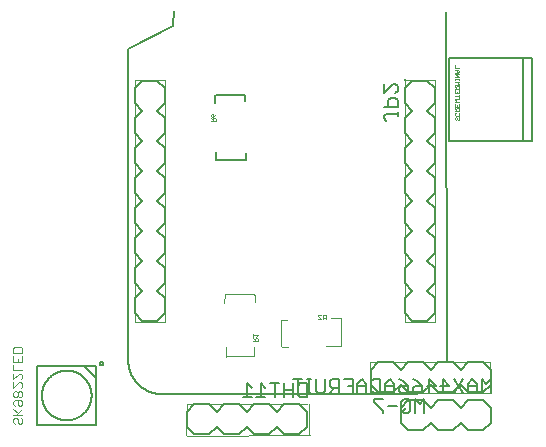
<source format=gbr>
G04 EAGLE Gerber X2 export*
%TF.Part,Single*%
%TF.FileFunction,Legend,Bot,1*%
%TF.FilePolarity,Positive*%
%TF.GenerationSoftware,Autodesk,EAGLE,8.6.0*%
%TF.CreationDate,2018-11-20T04:50:41Z*%
G75*
%MOMM*%
%FSLAX34Y34*%
%LPD*%
%AMOC8*
5,1,8,0,0,1.08239X$1,22.5*%
G01*
%ADD10C,0.101600*%
%ADD11C,0.152400*%
%ADD12C,0.203200*%
%ADD13C,0.127000*%
%ADD14C,0.025400*%
%ADD15C,0.076200*%


D10*
X155448Y4115D02*
X155956Y30378D01*
X258166Y30124D01*
X259944Y3353D02*
X156312Y3099D01*
X259283Y4216D02*
X259080Y30175D01*
X311353Y38710D02*
X311353Y65735D01*
X311556Y65938D02*
X412902Y65938D01*
X412902Y39218D01*
X311556Y39218D01*
X366471Y99263D02*
X366471Y304241D01*
X339649Y304241D01*
X339649Y305257D02*
X340665Y305257D01*
X340665Y99263D01*
X366471Y99263D01*
X137922Y99568D02*
X137566Y99568D01*
X137566Y303886D01*
X112116Y303886D01*
X112116Y99924D01*
X112522Y99263D02*
X136957Y99263D01*
X278181Y102768D02*
X278183Y102734D01*
X278189Y102700D01*
X278198Y102667D01*
X278211Y102636D01*
X278228Y102606D01*
X278248Y102578D01*
X278270Y102552D01*
X278296Y102530D01*
X278324Y102510D01*
X278354Y102493D01*
X278385Y102480D01*
X278418Y102471D01*
X278452Y102465D01*
X278486Y102463D01*
X278486Y102464D02*
X286918Y102464D01*
X286881Y102462D01*
X286844Y102456D01*
X286808Y102447D01*
X286773Y102433D01*
X286740Y102416D01*
X286709Y102396D01*
X286680Y102373D01*
X286653Y102346D01*
X286630Y102317D01*
X286610Y102286D01*
X286593Y102253D01*
X286579Y102218D01*
X286570Y102182D01*
X286564Y102145D01*
X286562Y102108D01*
X286563Y102108D02*
X286563Y79045D01*
X274066Y79045D01*
X236068Y78791D02*
X235966Y95809D01*
X235966Y95808D02*
X235929Y95810D01*
X235892Y95816D01*
X235856Y95825D01*
X235821Y95839D01*
X235788Y95856D01*
X235757Y95876D01*
X235728Y95899D01*
X235701Y95926D01*
X235678Y95955D01*
X235658Y95986D01*
X235641Y96019D01*
X235627Y96054D01*
X235618Y96090D01*
X235612Y96127D01*
X235610Y96164D01*
X235610Y101041D01*
X235612Y101078D01*
X235618Y101115D01*
X235627Y101151D01*
X235641Y101186D01*
X235658Y101219D01*
X235678Y101250D01*
X235701Y101279D01*
X235728Y101306D01*
X235757Y101329D01*
X235788Y101349D01*
X235821Y101366D01*
X235856Y101380D01*
X235892Y101389D01*
X235929Y101395D01*
X235966Y101397D01*
X240843Y101397D01*
X189585Y77775D02*
X189583Y77826D01*
X189578Y77876D01*
X189569Y77926D01*
X189556Y77975D01*
X189540Y78023D01*
X189521Y78070D01*
X189498Y78116D01*
X189472Y78159D01*
X189443Y78201D01*
X189411Y78241D01*
X189377Y78278D01*
X189340Y78312D01*
X189300Y78344D01*
X189258Y78373D01*
X189215Y78399D01*
X189169Y78422D01*
X189122Y78441D01*
X189074Y78457D01*
X189025Y78470D01*
X188975Y78479D01*
X188925Y78484D01*
X188874Y78486D01*
X189586Y77775D02*
X189586Y70104D01*
X189585Y70104D02*
X189587Y70141D01*
X189593Y70178D01*
X189602Y70214D01*
X189616Y70249D01*
X189633Y70282D01*
X189653Y70313D01*
X189676Y70342D01*
X189703Y70369D01*
X189732Y70392D01*
X189763Y70412D01*
X189796Y70429D01*
X189831Y70443D01*
X189867Y70452D01*
X189904Y70458D01*
X189941Y70460D01*
X213309Y70460D01*
X213309Y70459D02*
X213272Y70461D01*
X213235Y70467D01*
X213199Y70476D01*
X213164Y70490D01*
X213131Y70507D01*
X213100Y70527D01*
X213071Y70550D01*
X213044Y70577D01*
X213021Y70606D01*
X213001Y70637D01*
X212984Y70670D01*
X212970Y70705D01*
X212961Y70741D01*
X212955Y70778D01*
X212953Y70815D01*
X212954Y70815D02*
X212954Y77826D01*
X187655Y115672D02*
X188671Y122784D01*
X211125Y122784D01*
X211211Y122809D01*
X211298Y122831D01*
X211386Y122850D01*
X211474Y122864D01*
X211563Y122875D01*
X211653Y122881D01*
X211743Y122884D01*
X211832Y122883D01*
X211922Y122878D01*
X212011Y122869D01*
X212100Y122856D01*
X212188Y122839D01*
X212275Y122818D01*
X212362Y122794D01*
X212447Y122766D01*
X212531Y122734D01*
X212613Y122699D01*
X212694Y122660D01*
X212773Y122617D01*
X212850Y122571D01*
X212925Y122522D01*
X212998Y122470D01*
X213068Y122414D01*
X213136Y122356D01*
X213201Y122294D01*
X213264Y122230D01*
X213324Y122163D01*
X213380Y122093D01*
X213434Y122022D01*
X213485Y121947D01*
X213532Y121871D01*
X213576Y121793D01*
X213616Y121713D01*
X213653Y121631D01*
X213686Y121548D01*
X213716Y121463D01*
X213716Y115926D01*
D11*
X376123Y66446D02*
X375361Y361899D01*
X351180Y38456D02*
X134925Y38456D01*
X134238Y38464D01*
X133551Y38489D01*
X132864Y38531D01*
X132179Y38589D01*
X131496Y38663D01*
X130815Y38755D01*
X130136Y38862D01*
X129459Y38986D01*
X128786Y39126D01*
X128117Y39283D01*
X127452Y39455D01*
X126790Y39644D01*
X126134Y39848D01*
X125483Y40069D01*
X124837Y40305D01*
X124197Y40556D01*
X123564Y40823D01*
X122937Y41105D01*
X122317Y41402D01*
X121705Y41715D01*
X121100Y42041D01*
X120503Y42383D01*
X119915Y42738D01*
X119335Y43108D01*
X118765Y43492D01*
X118204Y43889D01*
X117652Y44300D01*
X117111Y44724D01*
X116581Y45161D01*
X116060Y45610D01*
X115551Y46072D01*
X115054Y46547D01*
X114568Y47033D01*
X114093Y47530D01*
X113631Y48039D01*
X113182Y48560D01*
X112745Y49090D01*
X112321Y49631D01*
X111910Y50183D01*
X111513Y50744D01*
X111129Y51314D01*
X110759Y51894D01*
X110404Y52482D01*
X110062Y53079D01*
X109736Y53684D01*
X109423Y54296D01*
X109126Y54916D01*
X108844Y55543D01*
X108577Y56176D01*
X108326Y56816D01*
X108090Y57462D01*
X107869Y58113D01*
X107665Y58769D01*
X107476Y59431D01*
X107304Y60096D01*
X107147Y60765D01*
X107007Y61438D01*
X106883Y62115D01*
X106776Y62794D01*
X106684Y63475D01*
X106610Y64158D01*
X106552Y64843D01*
X106510Y65530D01*
X106485Y66217D01*
X106477Y66904D01*
X106477Y330352D01*
X144170Y350317D01*
X145186Y362356D01*
X179578Y291338D02*
X179578Y284988D01*
X180340Y243078D02*
X180340Y236982D01*
X180848Y236982D02*
X205740Y236982D01*
X205740Y242570D01*
X204978Y291338D02*
X180340Y291338D01*
X204978Y291338D02*
X204978Y286512D01*
D10*
X236474Y78232D02*
X242062Y78232D01*
D12*
X394208Y40132D02*
X406908Y40132D01*
X413258Y46482D01*
X413258Y59182D02*
X406908Y65532D01*
X368808Y40132D02*
X362458Y46482D01*
X368808Y40132D02*
X381508Y40132D01*
X387858Y46482D01*
X387858Y59182D02*
X381508Y65532D01*
X368808Y65532D01*
X362458Y59182D01*
X387858Y46482D02*
X394208Y40132D01*
X387858Y59182D02*
X394208Y65532D01*
X406908Y65532D01*
X330708Y40132D02*
X318008Y40132D01*
X330708Y40132D02*
X337058Y46482D01*
X337058Y59182D02*
X330708Y65532D01*
X337058Y46482D02*
X343408Y40132D01*
X356108Y40132D01*
X362458Y46482D01*
X362458Y59182D02*
X356108Y65532D01*
X343408Y65532D01*
X337058Y59182D01*
X311658Y59182D02*
X311658Y46482D01*
X318008Y40132D01*
X311658Y59182D02*
X318008Y65532D01*
X330708Y65532D01*
X413258Y59182D02*
X413258Y46482D01*
D13*
X357037Y33919D02*
X357037Y22479D01*
X353224Y30106D02*
X357037Y33919D01*
X353224Y30106D02*
X349410Y33919D01*
X349410Y22479D01*
X345343Y24386D02*
X345343Y32012D01*
X343436Y33919D01*
X339623Y33919D01*
X337717Y32012D01*
X337717Y24386D01*
X339623Y22479D01*
X343436Y22479D01*
X345343Y24386D01*
X341530Y26292D02*
X337717Y22479D01*
X333649Y28199D02*
X326023Y28199D01*
X321955Y33919D02*
X314329Y33919D01*
X314329Y32012D01*
X321955Y24386D01*
X321955Y22479D01*
D14*
X216081Y83185D02*
X212268Y83185D01*
X216081Y83185D02*
X216081Y85092D01*
X215445Y85727D01*
X214174Y85727D01*
X213539Y85092D01*
X213539Y83185D01*
X213539Y84456D02*
X212268Y85727D01*
X214810Y86927D02*
X216081Y88198D01*
X212268Y88198D01*
X212268Y86927D02*
X212268Y89469D01*
X273482Y101930D02*
X273482Y105743D01*
X271575Y105743D01*
X270940Y105108D01*
X270940Y103837D01*
X271575Y103201D01*
X273482Y103201D01*
X272211Y103201D02*
X270940Y101930D01*
X269740Y101930D02*
X267198Y101930D01*
X269740Y101930D02*
X267198Y104472D01*
X267198Y105108D01*
X267833Y105743D01*
X269104Y105743D01*
X269740Y105108D01*
D12*
X175006Y29718D02*
X162306Y29718D01*
X155956Y23368D01*
X155956Y10668D02*
X162306Y4318D01*
X200406Y29718D02*
X206756Y23368D01*
X200406Y29718D02*
X187706Y29718D01*
X181356Y23368D01*
X181356Y10668D02*
X187706Y4318D01*
X200406Y4318D01*
X206756Y10668D01*
X181356Y23368D02*
X175006Y29718D01*
X181356Y10668D02*
X175006Y4318D01*
X162306Y4318D01*
X238506Y29718D02*
X251206Y29718D01*
X238506Y29718D02*
X232156Y23368D01*
X232156Y10668D02*
X238506Y4318D01*
X232156Y23368D02*
X225806Y29718D01*
X213106Y29718D01*
X206756Y23368D01*
X206756Y10668D02*
X213106Y4318D01*
X225806Y4318D01*
X232156Y10668D01*
X257556Y10668D02*
X257556Y23368D01*
X251206Y29718D01*
X257556Y10668D02*
X251206Y4318D01*
X238506Y4318D01*
X155956Y10668D02*
X155956Y23368D01*
D13*
X257683Y35941D02*
X257683Y47381D01*
X257683Y35941D02*
X251963Y35941D01*
X250057Y37848D01*
X250057Y45474D01*
X251963Y47381D01*
X257683Y47381D01*
X245989Y47381D02*
X245989Y35941D01*
X245989Y41661D02*
X238363Y41661D01*
X238363Y47381D02*
X238363Y35941D01*
X230482Y35941D02*
X230482Y47381D01*
X234295Y47381D02*
X226669Y47381D01*
X222601Y43568D02*
X218788Y47381D01*
X218788Y35941D01*
X222601Y35941D02*
X214975Y35941D01*
X210907Y43568D02*
X207094Y47381D01*
X207094Y35941D01*
X210907Y35941D02*
X203281Y35941D01*
D14*
X180470Y269249D02*
X176657Y269249D01*
X180470Y269249D02*
X180470Y271155D01*
X179835Y271791D01*
X178564Y271791D01*
X177928Y271155D01*
X177928Y269249D01*
X177928Y270520D02*
X176657Y271791D01*
X179835Y274262D02*
X180470Y275533D01*
X179835Y274262D02*
X178564Y272991D01*
X177293Y272991D01*
X176657Y273626D01*
X176657Y274898D01*
X177293Y275533D01*
X177928Y275533D01*
X178564Y274898D01*
X178564Y272991D01*
D12*
X137414Y271780D02*
X137414Y259080D01*
X137414Y271780D02*
X131064Y278130D01*
X118364Y278130D02*
X112014Y271780D01*
X137414Y233680D02*
X131064Y227330D01*
X137414Y233680D02*
X137414Y246380D01*
X131064Y252730D01*
X118364Y252730D02*
X112014Y246380D01*
X112014Y233680D01*
X118364Y227330D01*
X131064Y252730D02*
X137414Y259080D01*
X118364Y252730D02*
X112014Y259080D01*
X112014Y271780D01*
X137414Y195580D02*
X137414Y182880D01*
X137414Y195580D02*
X131064Y201930D01*
X118364Y201930D02*
X112014Y195580D01*
X131064Y201930D02*
X137414Y208280D01*
X137414Y220980D01*
X131064Y227330D01*
X118364Y227330D02*
X112014Y220980D01*
X112014Y208280D01*
X118364Y201930D01*
X137414Y157480D02*
X131064Y151130D01*
X137414Y157480D02*
X137414Y170180D01*
X131064Y176530D01*
X118364Y176530D02*
X112014Y170180D01*
X112014Y157480D01*
X118364Y151130D01*
X131064Y176530D02*
X137414Y182880D01*
X118364Y176530D02*
X112014Y182880D01*
X112014Y195580D01*
X137414Y119380D02*
X137414Y106680D01*
X137414Y119380D02*
X131064Y125730D01*
X118364Y125730D02*
X112014Y119380D01*
X131064Y125730D02*
X137414Y132080D01*
X137414Y144780D01*
X131064Y151130D01*
X118364Y151130D02*
X112014Y144780D01*
X112014Y132080D01*
X118364Y125730D01*
X118364Y100330D02*
X131064Y100330D01*
X137414Y106680D01*
X118364Y100330D02*
X112014Y106680D01*
X112014Y119380D01*
X137414Y284480D02*
X137414Y297180D01*
X131064Y303530D01*
X118364Y303530D01*
X112014Y297180D01*
X131064Y278130D02*
X137414Y284480D01*
X118364Y278130D02*
X112014Y284480D01*
X112014Y297180D01*
X340614Y144780D02*
X340614Y132080D01*
X346964Y125730D01*
X359664Y125730D02*
X366014Y132080D01*
X340614Y170180D02*
X346964Y176530D01*
X340614Y170180D02*
X340614Y157480D01*
X346964Y151130D01*
X359664Y151130D02*
X366014Y157480D01*
X366014Y170180D01*
X359664Y176530D01*
X346964Y151130D02*
X340614Y144780D01*
X359664Y151130D02*
X366014Y144780D01*
X366014Y132080D01*
X340614Y208280D02*
X340614Y220980D01*
X340614Y208280D02*
X346964Y201930D01*
X359664Y201930D02*
X366014Y208280D01*
X346964Y201930D02*
X340614Y195580D01*
X340614Y182880D01*
X346964Y176530D01*
X359664Y176530D02*
X366014Y182880D01*
X366014Y195580D01*
X359664Y201930D01*
X340614Y246380D02*
X346964Y252730D01*
X340614Y246380D02*
X340614Y233680D01*
X346964Y227330D01*
X359664Y227330D02*
X366014Y233680D01*
X366014Y246380D01*
X359664Y252730D01*
X346964Y227330D02*
X340614Y220980D01*
X359664Y227330D02*
X366014Y220980D01*
X366014Y208280D01*
X340614Y284480D02*
X340614Y297180D01*
X340614Y284480D02*
X346964Y278130D01*
X359664Y278130D02*
X366014Y284480D01*
X346964Y278130D02*
X340614Y271780D01*
X340614Y259080D01*
X346964Y252730D01*
X359664Y252730D02*
X366014Y259080D01*
X366014Y271780D01*
X359664Y278130D01*
X359664Y303530D02*
X346964Y303530D01*
X340614Y297180D01*
X359664Y303530D02*
X366014Y297180D01*
X366014Y284480D01*
X340614Y119380D02*
X340614Y106680D01*
X346964Y100330D01*
X359664Y100330D01*
X366014Y106680D01*
X346964Y125730D02*
X340614Y119380D01*
X359664Y125730D02*
X366014Y119380D01*
X366014Y106680D01*
D13*
X324868Y269845D02*
X322961Y271752D01*
X322961Y273658D01*
X324868Y275565D01*
X334401Y275565D01*
X334401Y273658D02*
X334401Y277472D01*
X334401Y281539D02*
X322961Y281539D01*
X334401Y281539D02*
X334401Y287259D01*
X332494Y289166D01*
X328681Y289166D01*
X326774Y287259D01*
X326774Y281539D01*
X322961Y293233D02*
X322961Y300859D01*
X322961Y293233D02*
X330588Y300859D01*
X332494Y300859D01*
X334401Y298953D01*
X334401Y295140D01*
X332494Y293233D01*
X79356Y12338D02*
X29356Y12338D01*
X79356Y12338D02*
X79356Y52338D01*
X79356Y62338D01*
X69356Y62338D01*
X29356Y62338D01*
X29356Y12338D01*
X69356Y62338D02*
X79356Y52338D01*
X82282Y64218D02*
X82284Y64293D01*
X82290Y64367D01*
X82300Y64441D01*
X82313Y64514D01*
X82331Y64587D01*
X82352Y64658D01*
X82377Y64729D01*
X82406Y64798D01*
X82439Y64865D01*
X82475Y64930D01*
X82514Y64994D01*
X82556Y65055D01*
X82602Y65114D01*
X82651Y65171D01*
X82703Y65224D01*
X82757Y65275D01*
X82814Y65324D01*
X82874Y65368D01*
X82936Y65410D01*
X83000Y65449D01*
X83066Y65484D01*
X83133Y65515D01*
X83203Y65543D01*
X83273Y65567D01*
X83345Y65588D01*
X83418Y65604D01*
X83491Y65617D01*
X83566Y65626D01*
X83640Y65631D01*
X83715Y65632D01*
X83789Y65629D01*
X83864Y65622D01*
X83937Y65611D01*
X84011Y65597D01*
X84083Y65578D01*
X84154Y65556D01*
X84224Y65530D01*
X84293Y65500D01*
X84359Y65467D01*
X84424Y65430D01*
X84487Y65390D01*
X84548Y65346D01*
X84606Y65300D01*
X84662Y65250D01*
X84715Y65198D01*
X84766Y65143D01*
X84813Y65085D01*
X84857Y65025D01*
X84898Y64962D01*
X84936Y64898D01*
X84970Y64832D01*
X85001Y64763D01*
X85028Y64694D01*
X85051Y64623D01*
X85070Y64551D01*
X85086Y64478D01*
X85098Y64404D01*
X85106Y64330D01*
X85110Y64255D01*
X85110Y64181D01*
X85106Y64106D01*
X85098Y64032D01*
X85086Y63958D01*
X85070Y63885D01*
X85051Y63813D01*
X85028Y63742D01*
X85001Y63673D01*
X84970Y63604D01*
X84936Y63538D01*
X84898Y63474D01*
X84857Y63411D01*
X84813Y63351D01*
X84766Y63293D01*
X84715Y63238D01*
X84662Y63186D01*
X84606Y63136D01*
X84548Y63090D01*
X84487Y63046D01*
X84424Y63006D01*
X84359Y62969D01*
X84293Y62936D01*
X84224Y62906D01*
X84154Y62880D01*
X84083Y62858D01*
X84011Y62839D01*
X83937Y62825D01*
X83864Y62814D01*
X83789Y62807D01*
X83715Y62804D01*
X83640Y62805D01*
X83566Y62810D01*
X83491Y62819D01*
X83418Y62832D01*
X83345Y62848D01*
X83273Y62869D01*
X83203Y62893D01*
X83133Y62921D01*
X83066Y62952D01*
X83000Y62987D01*
X82936Y63026D01*
X82874Y63068D01*
X82814Y63112D01*
X82757Y63161D01*
X82703Y63212D01*
X82651Y63265D01*
X82602Y63322D01*
X82556Y63381D01*
X82514Y63442D01*
X82475Y63506D01*
X82439Y63571D01*
X82406Y63638D01*
X82377Y63707D01*
X82352Y63778D01*
X82331Y63849D01*
X82313Y63922D01*
X82300Y63995D01*
X82290Y64069D01*
X82284Y64143D01*
X82282Y64218D01*
X33356Y37338D02*
X33362Y37853D01*
X33381Y38368D01*
X33413Y38883D01*
X33457Y39396D01*
X33514Y39909D01*
X33583Y40419D01*
X33665Y40928D01*
X33760Y41435D01*
X33866Y41939D01*
X33985Y42441D01*
X34117Y42939D01*
X34260Y43434D01*
X34416Y43925D01*
X34584Y44413D01*
X34763Y44896D01*
X34955Y45374D01*
X35158Y45848D01*
X35372Y46317D01*
X35598Y46780D01*
X35836Y47237D01*
X36084Y47689D01*
X36344Y48134D01*
X36614Y48573D01*
X36895Y49005D01*
X37187Y49430D01*
X37489Y49848D01*
X37801Y50258D01*
X38123Y50660D01*
X38455Y51055D01*
X38796Y51441D01*
X39147Y51818D01*
X39507Y52187D01*
X39876Y52547D01*
X40253Y52898D01*
X40639Y53239D01*
X41034Y53571D01*
X41436Y53893D01*
X41846Y54205D01*
X42264Y54507D01*
X42689Y54799D01*
X43121Y55080D01*
X43560Y55350D01*
X44005Y55610D01*
X44457Y55858D01*
X44914Y56096D01*
X45377Y56322D01*
X45846Y56536D01*
X46320Y56739D01*
X46798Y56931D01*
X47281Y57110D01*
X47769Y57278D01*
X48260Y57434D01*
X48755Y57577D01*
X49253Y57709D01*
X49755Y57828D01*
X50259Y57934D01*
X50766Y58029D01*
X51275Y58111D01*
X51785Y58180D01*
X52298Y58237D01*
X52811Y58281D01*
X53326Y58313D01*
X53841Y58332D01*
X54356Y58338D01*
X54871Y58332D01*
X55386Y58313D01*
X55901Y58281D01*
X56414Y58237D01*
X56927Y58180D01*
X57437Y58111D01*
X57946Y58029D01*
X58453Y57934D01*
X58957Y57828D01*
X59459Y57709D01*
X59957Y57577D01*
X60452Y57434D01*
X60943Y57278D01*
X61431Y57110D01*
X61914Y56931D01*
X62392Y56739D01*
X62866Y56536D01*
X63335Y56322D01*
X63798Y56096D01*
X64255Y55858D01*
X64707Y55610D01*
X65152Y55350D01*
X65591Y55080D01*
X66023Y54799D01*
X66448Y54507D01*
X66866Y54205D01*
X67276Y53893D01*
X67678Y53571D01*
X68073Y53239D01*
X68459Y52898D01*
X68836Y52547D01*
X69205Y52187D01*
X69565Y51818D01*
X69916Y51441D01*
X70257Y51055D01*
X70589Y50660D01*
X70911Y50258D01*
X71223Y49848D01*
X71525Y49430D01*
X71817Y49005D01*
X72098Y48573D01*
X72368Y48134D01*
X72628Y47689D01*
X72876Y47237D01*
X73114Y46780D01*
X73340Y46317D01*
X73554Y45848D01*
X73757Y45374D01*
X73949Y44896D01*
X74128Y44413D01*
X74296Y43925D01*
X74452Y43434D01*
X74595Y42939D01*
X74727Y42441D01*
X74846Y41939D01*
X74952Y41435D01*
X75047Y40928D01*
X75129Y40419D01*
X75198Y39909D01*
X75255Y39396D01*
X75299Y38883D01*
X75331Y38368D01*
X75350Y37853D01*
X75356Y37338D01*
X75350Y36823D01*
X75331Y36308D01*
X75299Y35793D01*
X75255Y35280D01*
X75198Y34767D01*
X75129Y34257D01*
X75047Y33748D01*
X74952Y33241D01*
X74846Y32737D01*
X74727Y32235D01*
X74595Y31737D01*
X74452Y31242D01*
X74296Y30751D01*
X74128Y30263D01*
X73949Y29780D01*
X73757Y29302D01*
X73554Y28828D01*
X73340Y28359D01*
X73114Y27896D01*
X72876Y27439D01*
X72628Y26987D01*
X72368Y26542D01*
X72098Y26103D01*
X71817Y25671D01*
X71525Y25246D01*
X71223Y24828D01*
X70911Y24418D01*
X70589Y24016D01*
X70257Y23621D01*
X69916Y23235D01*
X69565Y22858D01*
X69205Y22489D01*
X68836Y22129D01*
X68459Y21778D01*
X68073Y21437D01*
X67678Y21105D01*
X67276Y20783D01*
X66866Y20471D01*
X66448Y20169D01*
X66023Y19877D01*
X65591Y19596D01*
X65152Y19326D01*
X64707Y19066D01*
X64255Y18818D01*
X63798Y18580D01*
X63335Y18354D01*
X62866Y18140D01*
X62392Y17937D01*
X61914Y17745D01*
X61431Y17566D01*
X60943Y17398D01*
X60452Y17242D01*
X59957Y17099D01*
X59459Y16967D01*
X58957Y16848D01*
X58453Y16742D01*
X57946Y16647D01*
X57437Y16565D01*
X56927Y16496D01*
X56414Y16439D01*
X55901Y16395D01*
X55386Y16363D01*
X54871Y16344D01*
X54356Y16338D01*
X53841Y16344D01*
X53326Y16363D01*
X52811Y16395D01*
X52298Y16439D01*
X51785Y16496D01*
X51275Y16565D01*
X50766Y16647D01*
X50259Y16742D01*
X49755Y16848D01*
X49253Y16967D01*
X48755Y17099D01*
X48260Y17242D01*
X47769Y17398D01*
X47281Y17566D01*
X46798Y17745D01*
X46320Y17937D01*
X45846Y18140D01*
X45377Y18354D01*
X44914Y18580D01*
X44457Y18818D01*
X44005Y19066D01*
X43560Y19326D01*
X43121Y19596D01*
X42689Y19877D01*
X42264Y20169D01*
X41846Y20471D01*
X41436Y20783D01*
X41034Y21105D01*
X40639Y21437D01*
X40253Y21778D01*
X39876Y22129D01*
X39507Y22489D01*
X39147Y22858D01*
X38796Y23235D01*
X38455Y23621D01*
X38123Y24016D01*
X37801Y24418D01*
X37489Y24828D01*
X37187Y25246D01*
X36895Y25671D01*
X36614Y26103D01*
X36344Y26542D01*
X36084Y26987D01*
X35836Y27439D01*
X35598Y27896D01*
X35372Y28359D01*
X35158Y28828D01*
X34955Y29302D01*
X34763Y29780D01*
X34584Y30263D01*
X34416Y30751D01*
X34260Y31242D01*
X34117Y31737D01*
X33985Y32235D01*
X33866Y32737D01*
X33760Y33241D01*
X33665Y33748D01*
X33583Y34257D01*
X33514Y34767D01*
X33457Y35280D01*
X33413Y35793D01*
X33381Y36308D01*
X33362Y36823D01*
X33356Y37338D01*
D15*
X15387Y18353D02*
X16615Y17124D01*
X16615Y14667D01*
X15387Y13438D01*
X14158Y13438D01*
X12929Y14667D01*
X12929Y17124D01*
X11700Y18353D01*
X10472Y18353D01*
X9243Y17124D01*
X9243Y14667D01*
X10472Y13438D01*
X9243Y20922D02*
X16615Y20922D01*
X11700Y20922D02*
X16615Y25837D01*
X12929Y22151D02*
X9243Y25837D01*
X10472Y28407D02*
X9243Y29635D01*
X9243Y32093D01*
X10472Y33321D01*
X15387Y33321D01*
X16615Y32093D01*
X16615Y29635D01*
X15387Y28407D01*
X14158Y28407D01*
X12929Y29635D01*
X12929Y33321D01*
X15387Y35891D02*
X16615Y37119D01*
X16615Y39577D01*
X15387Y40806D01*
X14158Y40806D01*
X12929Y39577D01*
X11700Y40806D01*
X10472Y40806D01*
X9243Y39577D01*
X9243Y37119D01*
X10472Y35891D01*
X11700Y35891D01*
X12929Y37119D01*
X14158Y35891D01*
X15387Y35891D01*
X12929Y37119D02*
X12929Y39577D01*
X9243Y43375D02*
X9243Y48290D01*
X9243Y43375D02*
X14158Y48290D01*
X15387Y48290D01*
X16615Y47061D01*
X16615Y44604D01*
X15387Y43375D01*
X9243Y50859D02*
X9243Y55774D01*
X9243Y50859D02*
X14158Y55774D01*
X15387Y55774D01*
X16615Y54545D01*
X16615Y52088D01*
X15387Y50859D01*
X16615Y58343D02*
X9243Y58343D01*
X9243Y63258D01*
X16615Y65827D02*
X16615Y70742D01*
X16615Y65827D02*
X9243Y65827D01*
X9243Y70742D01*
X12929Y68285D02*
X12929Y65827D01*
X16615Y73312D02*
X9243Y73312D01*
X9243Y76998D01*
X10472Y78226D01*
X15387Y78226D01*
X16615Y76998D01*
X16615Y73312D01*
D12*
X356108Y33274D02*
X362458Y26924D01*
X356108Y33274D02*
X343408Y33274D01*
X337058Y26924D01*
X337058Y14224D02*
X343408Y7874D01*
X356108Y7874D01*
X362458Y14224D01*
X394208Y33274D02*
X406908Y33274D01*
X394208Y33274D02*
X387858Y26924D01*
X387858Y14224D02*
X394208Y7874D01*
X387858Y26924D02*
X381508Y33274D01*
X368808Y33274D01*
X362458Y26924D01*
X362458Y14224D02*
X368808Y7874D01*
X381508Y7874D01*
X387858Y14224D01*
X413258Y14224D02*
X413258Y26924D01*
X406908Y33274D01*
X413258Y14224D02*
X406908Y7874D01*
X394208Y7874D01*
X337058Y14224D02*
X337058Y26924D01*
D13*
X413385Y39497D02*
X413385Y50937D01*
X409572Y47124D01*
X405759Y50937D01*
X405759Y39497D01*
X401691Y39497D02*
X401691Y47124D01*
X397878Y50937D01*
X394065Y47124D01*
X394065Y39497D01*
X394065Y45217D02*
X401691Y45217D01*
X389997Y50937D02*
X382371Y39497D01*
X389997Y39497D02*
X382371Y50937D01*
X372583Y50937D02*
X372583Y39497D01*
X378303Y45217D02*
X372583Y50937D01*
X370677Y45217D02*
X378303Y45217D01*
X360889Y39497D02*
X360889Y50937D01*
X366609Y45217D01*
X358983Y45217D01*
X351102Y49030D02*
X347289Y50937D01*
X351102Y49030D02*
X354915Y45217D01*
X354915Y41404D01*
X353009Y39497D01*
X349195Y39497D01*
X347289Y41404D01*
X347289Y43310D01*
X349195Y45217D01*
X354915Y45217D01*
X339408Y49030D02*
X335595Y50937D01*
X339408Y49030D02*
X343221Y45217D01*
X343221Y41404D01*
X341315Y39497D01*
X337501Y39497D01*
X335595Y41404D01*
X335595Y43310D01*
X337501Y45217D01*
X343221Y45217D01*
X331527Y47124D02*
X331527Y39497D01*
X331527Y47124D02*
X327714Y50937D01*
X323901Y47124D01*
X323901Y39497D01*
X323901Y45217D02*
X331527Y45217D01*
X319833Y50937D02*
X319833Y39497D01*
X314113Y39497D01*
X312207Y41404D01*
X312207Y49030D01*
X314113Y50937D01*
X319833Y50937D01*
X308139Y47124D02*
X308139Y39497D01*
X308139Y47124D02*
X304326Y50937D01*
X300513Y47124D01*
X300513Y39497D01*
X300513Y45217D02*
X308139Y45217D01*
X296445Y39497D02*
X296445Y50937D01*
X288819Y50937D01*
X292632Y45217D02*
X296445Y45217D01*
X284751Y39497D02*
X284751Y50937D01*
X279031Y50937D01*
X277125Y49030D01*
X277125Y45217D01*
X279031Y43310D01*
X284751Y43310D01*
X280938Y43310D02*
X277125Y39497D01*
X273057Y41404D02*
X273057Y50937D01*
X273057Y41404D02*
X271151Y39497D01*
X267338Y39497D01*
X265431Y41404D01*
X265431Y50937D01*
X261363Y39497D02*
X257550Y39497D01*
X259457Y39497D02*
X259457Y50937D01*
X261363Y50937D02*
X257550Y50937D01*
X249754Y50937D02*
X249754Y39497D01*
X253567Y50937D02*
X245941Y50937D01*
D12*
X378242Y252554D02*
X378242Y322554D01*
X378242Y252554D02*
X440242Y252554D01*
X448242Y252554D01*
X448242Y322554D01*
X440242Y322554D01*
X378242Y322554D01*
X440242Y322554D02*
X440242Y252554D01*
D14*
X386718Y272388D02*
X386083Y273024D01*
X386718Y272388D02*
X386718Y271117D01*
X386083Y270481D01*
X385447Y270481D01*
X384812Y271117D01*
X384812Y272388D01*
X384176Y273024D01*
X383541Y273024D01*
X382905Y272388D01*
X382905Y271117D01*
X383541Y270481D01*
X386718Y276130D02*
X386083Y276766D01*
X386718Y276130D02*
X386718Y274859D01*
X386083Y274223D01*
X383541Y274223D01*
X382905Y274859D01*
X382905Y276130D01*
X383541Y276766D01*
X382905Y277965D02*
X386718Y277965D01*
X386718Y279872D01*
X386083Y280508D01*
X384812Y280508D01*
X384176Y279872D01*
X384176Y277965D01*
X384176Y279237D02*
X382905Y280508D01*
X386718Y281708D02*
X386718Y284250D01*
X386718Y281708D02*
X382905Y281708D01*
X382905Y284250D01*
X384812Y282979D02*
X384812Y281708D01*
X386718Y285450D02*
X382905Y285450D01*
X384176Y286721D01*
X382905Y287992D01*
X386718Y287992D01*
X386718Y290463D02*
X382905Y290463D01*
X386718Y289192D02*
X386718Y291734D01*
X386718Y292934D02*
X386718Y295476D01*
X386718Y292934D02*
X382905Y292934D01*
X382905Y295476D01*
X384812Y294205D02*
X384812Y292934D01*
X382905Y296676D02*
X386718Y296676D01*
X386718Y298582D01*
X386083Y299218D01*
X384812Y299218D01*
X384176Y298582D01*
X384176Y296676D01*
X384176Y297947D02*
X382905Y299218D01*
X382905Y300418D02*
X386718Y300418D01*
X385447Y301689D01*
X386718Y302960D01*
X382905Y302960D01*
X382905Y304160D02*
X382905Y305431D01*
X382905Y304795D02*
X386718Y304795D01*
X386718Y304160D02*
X386718Y305431D01*
X386718Y306655D02*
X382905Y306655D01*
X382905Y309197D02*
X386718Y306655D01*
X386718Y309197D02*
X382905Y309197D01*
X382905Y310397D02*
X385447Y310397D01*
X386718Y311668D01*
X385447Y312939D01*
X382905Y312939D01*
X384812Y312939D02*
X384812Y310397D01*
X386718Y314139D02*
X382905Y314139D01*
X382905Y316681D01*
M02*

</source>
